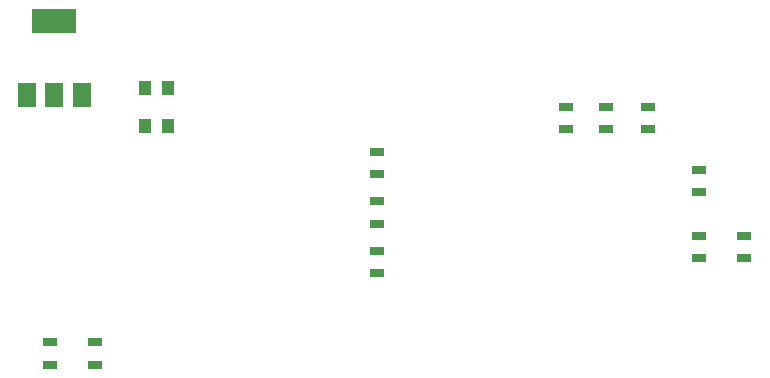
<source format=gbp>
G04 #@! TF.FileFunction,Paste,Bot*
%FSLAX46Y46*%
G04 Gerber Fmt 4.6, Leading zero omitted, Abs format (unit mm)*
G04 Created by KiCad (PCBNEW 4.0.2+dfsg1-stable) date lun 08 gen 2018 09:22:36 CET*
%MOMM*%
G01*
G04 APERTURE LIST*
%ADD10C,0.100000*%
%ADD11R,1.000000X1.250000*%
%ADD12R,1.300000X0.700000*%
%ADD13R,3.800000X2.000000*%
%ADD14R,1.500000X2.000000*%
G04 APERTURE END LIST*
D10*
D11*
X104632000Y-77978000D03*
X102632000Y-77978000D03*
X104632000Y-81153000D03*
X102632000Y-81153000D03*
D12*
X122301000Y-91760000D03*
X122301000Y-93660000D03*
X138303000Y-81468000D03*
X138303000Y-79568000D03*
X141732000Y-79568000D03*
X141732000Y-81468000D03*
X145288000Y-81468000D03*
X145288000Y-79568000D03*
X153416000Y-90490000D03*
X153416000Y-92390000D03*
X149606000Y-90490000D03*
X149606000Y-92390000D03*
X149606000Y-84902000D03*
X149606000Y-86802000D03*
D13*
X94996000Y-72288000D03*
D14*
X94996000Y-78588000D03*
X92696000Y-78588000D03*
X97296000Y-78588000D03*
D12*
X98425000Y-101407000D03*
X98425000Y-99507000D03*
X94615000Y-101407000D03*
X94615000Y-99507000D03*
X122301000Y-85278000D03*
X122301000Y-83378000D03*
X122301000Y-87569000D03*
X122301000Y-89469000D03*
M02*

</source>
